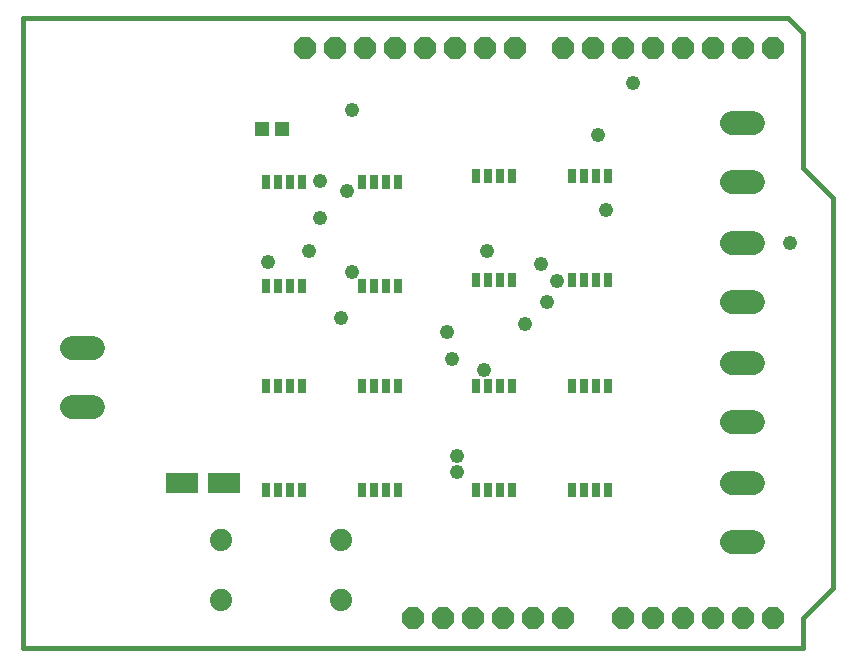
<source format=gts>
G75*
%MOIN*%
%OFA0B0*%
%FSLAX25Y25*%
%IPPOS*%
%LPD*%
%AMOC8*
5,1,8,0,0,1.08239X$1,22.5*
%
%ADD10C,0.01600*%
%ADD11OC8,0.07400*%
%ADD12R,0.02769X0.04737*%
%ADD13C,0.07850*%
%ADD14R,0.05131X0.04737*%
%ADD15C,0.07400*%
%ADD16R,0.11036X0.07099*%
%ADD17C,0.04800*%
D10*
X0027000Y0006800D02*
X0287000Y0006800D01*
X0287000Y0016800D01*
X0297000Y0026800D01*
X0297000Y0156800D01*
X0287000Y0166800D01*
X0287000Y0211800D01*
X0282000Y0216800D01*
X0027000Y0216800D01*
X0027000Y0006800D01*
D11*
X0157000Y0016800D03*
X0167000Y0016800D03*
X0177000Y0016800D03*
X0187000Y0016800D03*
X0197000Y0016800D03*
X0207000Y0016800D03*
X0227000Y0016800D03*
X0237000Y0016800D03*
X0247000Y0016800D03*
X0257000Y0016800D03*
X0267000Y0016800D03*
X0277000Y0016800D03*
X0277000Y0206800D03*
X0267000Y0206800D03*
X0257000Y0206800D03*
X0247000Y0206800D03*
X0237000Y0206800D03*
X0227000Y0206800D03*
X0217000Y0206800D03*
X0207000Y0206800D03*
X0191000Y0206800D03*
X0181000Y0206800D03*
X0171000Y0206800D03*
X0161000Y0206800D03*
X0151000Y0206800D03*
X0141000Y0206800D03*
X0131000Y0206800D03*
X0121000Y0206800D03*
D12*
X0177984Y0164162D03*
X0182000Y0164162D03*
X0186016Y0164162D03*
X0190031Y0164162D03*
X0209953Y0164162D03*
X0213969Y0164162D03*
X0217984Y0164162D03*
X0222000Y0164162D03*
X0222000Y0129438D03*
X0217984Y0129438D03*
X0213969Y0129438D03*
X0209953Y0129438D03*
X0190031Y0129438D03*
X0186016Y0129438D03*
X0182000Y0129438D03*
X0177984Y0129438D03*
X0152000Y0127438D03*
X0147984Y0127438D03*
X0143969Y0127438D03*
X0139953Y0127438D03*
X0120031Y0127438D03*
X0116016Y0127438D03*
X0112000Y0127438D03*
X0107984Y0127438D03*
X0107984Y0094162D03*
X0112000Y0094162D03*
X0116016Y0094162D03*
X0120031Y0094162D03*
X0139953Y0094162D03*
X0143969Y0094162D03*
X0147984Y0094162D03*
X0152000Y0094162D03*
X0177984Y0094162D03*
X0182000Y0094162D03*
X0186016Y0094162D03*
X0190031Y0094162D03*
X0209953Y0094162D03*
X0213969Y0094162D03*
X0217984Y0094162D03*
X0222000Y0094162D03*
X0222000Y0059438D03*
X0217984Y0059438D03*
X0213969Y0059438D03*
X0209953Y0059438D03*
X0190031Y0059438D03*
X0186016Y0059438D03*
X0182000Y0059438D03*
X0177984Y0059438D03*
X0152000Y0059438D03*
X0147984Y0059438D03*
X0143969Y0059438D03*
X0139953Y0059438D03*
X0120031Y0059438D03*
X0116016Y0059438D03*
X0112000Y0059438D03*
X0107984Y0059438D03*
X0107984Y0162162D03*
X0112000Y0162162D03*
X0116016Y0162162D03*
X0120031Y0162162D03*
X0139953Y0162162D03*
X0143969Y0162162D03*
X0147984Y0162162D03*
X0152000Y0162162D03*
D13*
X0050525Y0106643D02*
X0043475Y0106643D01*
X0043475Y0086957D02*
X0050525Y0086957D01*
X0263475Y0081957D02*
X0270525Y0081957D01*
X0270525Y0101643D02*
X0263475Y0101643D01*
X0263475Y0121957D02*
X0270525Y0121957D01*
X0270525Y0141643D02*
X0263475Y0141643D01*
X0263475Y0161957D02*
X0270525Y0161957D01*
X0270525Y0181643D02*
X0263475Y0181643D01*
X0263475Y0061643D02*
X0270525Y0061643D01*
X0270525Y0041957D02*
X0263475Y0041957D01*
D14*
X0113346Y0179800D03*
X0106654Y0179800D03*
D15*
X0093000Y0042800D03*
X0093000Y0022800D03*
X0133000Y0022800D03*
X0133000Y0042800D03*
D16*
X0094087Y0061800D03*
X0079913Y0061800D03*
D17*
X0133200Y0116600D03*
X0136800Y0131900D03*
X0122400Y0139100D03*
X0108900Y0135500D03*
X0126000Y0149900D03*
X0135000Y0158900D03*
X0126000Y0162500D03*
X0136800Y0185900D03*
X0181800Y0139100D03*
X0199800Y0134600D03*
X0205200Y0129200D03*
X0201600Y0122000D03*
X0194400Y0114800D03*
X0180900Y0099500D03*
X0170100Y0103100D03*
X0168300Y0112100D03*
X0221400Y0152600D03*
X0218700Y0177800D03*
X0230400Y0194900D03*
X0282600Y0141800D03*
X0171900Y0070700D03*
X0171900Y0065300D03*
M02*

</source>
